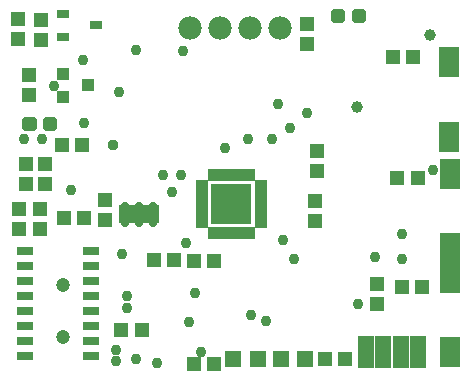
<source format=gbr>
G04 EAGLE Gerber RS-274X export*
G75*
%MOMM*%
%FSLAX34Y34*%
%LPD*%
%INSoldermask Top*%
%IPPOS*%
%AMOC8*
5,1,8,0,0,1.08239X$1,22.5*%
G01*
%ADD10R,1.203200X1.303200*%
%ADD11R,1.303200X1.203200*%
%ADD12C,1.203200*%
%ADD13C,1.981200*%
%ADD14C,0.505344*%
%ADD15R,1.103200X0.803200*%
%ADD16R,1.403200X1.403200*%
%ADD17C,1.003200*%
%ADD18R,1.473200X2.743200*%
%ADD19R,1.103200X1.003200*%
%ADD20R,1.803200X2.503200*%
%ADD21R,1.016000X0.508000*%
%ADD22R,0.508000X1.016000*%
%ADD23R,3.454400X3.454400*%
%ADD24R,1.403200X0.803200*%
%ADD25C,0.653200*%
%ADD26R,3.495038X1.534156*%
%ADD27C,0.919600*%
%ADD28C,0.959600*%


D10*
X266000Y140600D03*
X266000Y157600D03*
D11*
X119500Y48500D03*
X102500Y48500D03*
D10*
X318500Y70400D03*
X318500Y87400D03*
D11*
X70700Y143500D03*
X53700Y143500D03*
D10*
X34800Y293700D03*
X34800Y310700D03*
X15200Y311900D03*
X15200Y294900D03*
D12*
X53100Y42500D03*
X53100Y86500D03*
D13*
X236600Y304600D03*
X211200Y304600D03*
X185800Y304600D03*
X160400Y304600D03*
D14*
X38680Y226690D02*
X38680Y219710D01*
X38680Y226690D02*
X45660Y226690D01*
X45660Y219710D01*
X38680Y219710D01*
X38680Y224510D02*
X45660Y224510D01*
X21140Y226690D02*
X21140Y219710D01*
X21140Y226690D02*
X28120Y226690D01*
X28120Y219710D01*
X21140Y219710D01*
X21140Y224510D02*
X28120Y224510D01*
X289620Y310710D02*
X289620Y317690D01*
X289620Y310710D02*
X282640Y310710D01*
X282640Y317690D01*
X289620Y317690D01*
X289620Y315510D02*
X282640Y315510D01*
X307160Y317690D02*
X307160Y310710D01*
X300180Y310710D01*
X300180Y317690D01*
X307160Y317690D01*
X307160Y315510D02*
X300180Y315510D01*
D15*
X52800Y316000D03*
X52800Y297000D03*
X80800Y306500D03*
D16*
X258200Y24100D03*
X237200Y24100D03*
X197300Y23600D03*
X218300Y23600D03*
D17*
X363800Y298500D03*
X302300Y237000D03*
D18*
X338800Y29700D03*
X324200Y29700D03*
X309600Y29700D03*
X353500Y29700D03*
D19*
X52900Y265100D03*
X52900Y246100D03*
X73900Y255600D03*
D10*
X88500Y142000D03*
X88500Y159000D03*
D11*
X332400Y279600D03*
X349400Y279600D03*
X340300Y84600D03*
X357300Y84600D03*
X336200Y177100D03*
X353200Y177100D03*
X274500Y24100D03*
X291500Y24100D03*
X180600Y19900D03*
X163600Y19900D03*
X130300Y107700D03*
X147300Y107700D03*
D10*
X33500Y134400D03*
X33500Y151400D03*
D11*
X180800Y107300D03*
X163800Y107300D03*
X68900Y204800D03*
X51900Y204800D03*
D10*
X259800Y290500D03*
X259800Y307500D03*
X37800Y172400D03*
X37800Y189400D03*
X21300Y171800D03*
X21300Y188800D03*
X15400Y134100D03*
X15400Y151100D03*
X267900Y183500D03*
X267900Y200500D03*
X24600Y264500D03*
X24600Y247500D03*
D20*
X379700Y275100D03*
X379700Y212100D03*
X380700Y92800D03*
X380700Y29800D03*
X380700Y180700D03*
X380700Y117700D03*
D21*
X170962Y172726D03*
X170962Y167646D03*
X170962Y162820D03*
X170962Y157740D03*
X170962Y152660D03*
X170962Y147580D03*
X170962Y142754D03*
X170962Y137674D03*
D22*
X178074Y130562D03*
X183154Y130562D03*
X187980Y130562D03*
X193060Y130562D03*
X198140Y130562D03*
X203220Y130562D03*
X208046Y130562D03*
X213126Y130562D03*
D21*
X220238Y137674D03*
X220238Y142754D03*
X220238Y147580D03*
X220238Y152660D03*
X220238Y157740D03*
X220238Y162820D03*
X220238Y167646D03*
X220238Y172726D03*
D22*
X213126Y179838D03*
X208046Y179838D03*
X203220Y179838D03*
X198140Y179838D03*
X193060Y179838D03*
X187980Y179838D03*
X183154Y179838D03*
X178074Y179838D03*
D23*
X195600Y155200D03*
D24*
X77100Y26750D03*
X77100Y39450D03*
X77100Y52150D03*
X77100Y64850D03*
X77100Y77550D03*
X77100Y90250D03*
X77100Y102950D03*
X77100Y115650D03*
X21100Y115650D03*
X21100Y102950D03*
X21100Y90250D03*
X21100Y77550D03*
X21100Y64850D03*
X21100Y52150D03*
X21100Y39450D03*
X21100Y26750D03*
D25*
X105600Y139225D02*
X105600Y153775D01*
X117600Y153775D02*
X117600Y139225D01*
X129600Y139225D02*
X129600Y153775D01*
D26*
X117575Y146475D03*
D27*
X249000Y109000D03*
X225000Y56000D03*
X317000Y110000D03*
X302500Y70500D03*
X190000Y202500D03*
X210000Y210000D03*
X45000Y255000D03*
X115000Y286000D03*
X152500Y180000D03*
X260000Y232500D03*
X137500Y180000D03*
X230000Y210000D03*
X145500Y165500D03*
X245000Y220000D03*
X157500Y122500D03*
X165000Y80000D03*
X235000Y240000D03*
X212000Y61500D03*
X103000Y112500D03*
X70500Y223500D03*
X340000Y130000D03*
X60000Y167500D03*
X70000Y277500D03*
X239000Y125000D03*
X366000Y184000D03*
X98000Y22000D03*
X160000Y55000D03*
X340000Y109000D03*
X107500Y77500D03*
X107500Y67500D03*
X155000Y285000D03*
X100000Y250000D03*
X132500Y20500D03*
X114500Y24000D03*
X97500Y31500D03*
X170000Y30000D03*
D28*
X95000Y205000D03*
D27*
X35000Y210000D03*
X20000Y210000D03*
M02*

</source>
